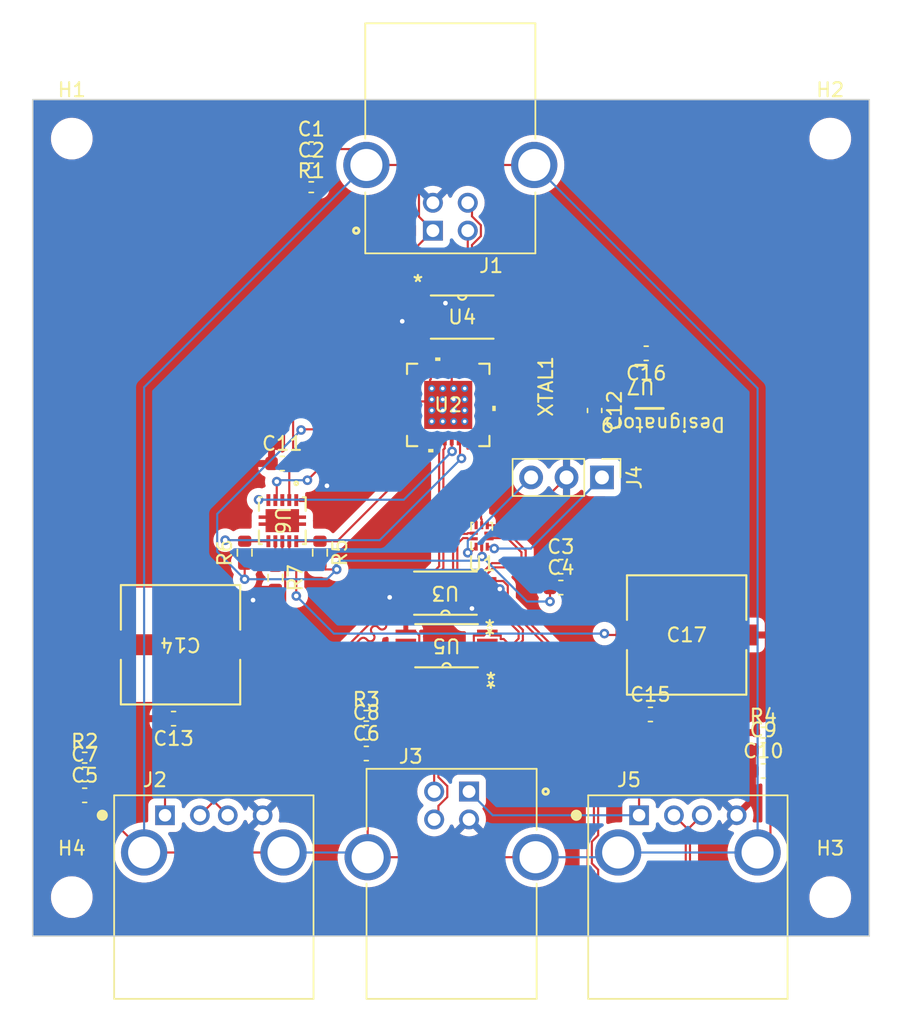
<source format=kicad_pcb>
(kicad_pcb (version 20221018) (generator pcbnew)
  (layers (0 "F.Cu" signal) (1 "In1.Cu" signal) (2 "In2.Cu" signal) (31 "B.Cu" signal) (34 "B.Paste" user) (35 "F.Paste" user) (36 "B.SilkS" user "B.Silkscreen") (37 "F.SilkS" user "F.Silkscreen") (38 "B.Mask" user) (39 "F.Mask" user) (44 "Edge.Cuts" user))
  (net 0 "")
  (net 1 "Earth")
  (net 2 "GND")
  (net 3 "VBUS")
  (net 4 "/DN_1_VBUS")
  (net 5 "/DN_2_VBUS")
  (net 6 "+3.3V")
  (net 7 "Net-(U6-ILIM)")
  (net 8 "/UP_D-")
  (net 9 "/UP_D+")
  (net 10 "/DN_1_D-")
  (net 11 "/DN_1_D+")
  (net 12 "/DN_2_D-")
  (net 13 "/DN_2_D+")
  (net 18 "/DB-")
  (net 19 "/DB+")
  (net 20 "/OVERCUR1_N")
  (net 21 "/OVERCUR2_N")
  (net 22 "/PWRCTL2_BATEN2")
  (net 23 "/PWRCTL1_BATEN1")
  (net 24 "/XI")
  (net 25 "/DA+")
  (net 26 "/DA-")
  (net 27 "/OEN")
  (net 28 "/SEL")
  (footprint "GP2040-CE-Tester:CAP_RHA&slash_HS_8X6P7_NCH" (layer "F.Cu") (at 118.6 57.1 180)
    (fp_text reference "C14")
    (fp_text value "C_Polarized_Small")
  )
  (footprint "Capacitor_SMD:C_0603_1608Metric" (layer "F.Cu") (at 152.3 62.1)
    (fp_text reference "C15")
    (fp_text value "C")
  )
  (footprint "GP2040-CE-Tester:CUI_UJ2-BH-1-TH" (layer "F.Cu") (at 139.29075 67.63)
    (fp_text reference "J3")
    (fp_text value "UJ2-BH-1-TH")
  )
  (footprint "Resistor_SMD:R_0603_1608Metric" (layer "F.Cu") (at 123.2 50.5 90)
    (fp_text reference "R6")
    (fp_text value "R")
  )
  (footprint "Connector_PinHeader_2.54mm:PinHeader_1x03_P2.54mm_Vertical" (layer "F.Cu") (at 148.825 45.1 -90)
    (fp_text reference "J4")
    (fp_text value "Conn_01x03")
  )
  (footprint "Capacitor_SMD:C_0603_1608Metric" (layer "F.Cu") (at 152 36.2 180)
    (fp_text reference "C16")
    (fp_text value "C")
  )
  (footprint "Capacitor_SMD:C_0603_1608Metric" (layer "F.Cu") (at 125.9 44.1)
    (fp_text reference "C11")
    (fp_text value "C")
  )
  (footprint "MountingHole:MountingHole_2.5mm" (layer "F.Cu") (at 110.8 75.2)
    (fp_text reference "H4")
    (fp_text value "MountingHole")
  )
  (footprint "Resistor_SMD:R_0402_1005Metric" (layer "F.Cu") (at 160.4 63.4)
    (fp_text reference "R4")
    (fp_text value "R")
  )
  (footprint "MountingHole:MountingHole_2.5mm" (layer "F.Cu") (at 110.8 20.8)
    (fp_text reference "H1")
    (fp_text value "MountingHole")
  )
  (footprint "Resistor_SMD:R_0603_1608Metric" (layer "F.Cu") (at 128.6 50.5 -90)
    (fp_text reference "R5")
    (fp_text value "R")
  )
  (footprint "Resistor_SMD:R_0402_1005Metric" (layer "F.Cu") (at 111.725 65.2)
    (fp_text reference "R2")
    (fp_text value "R")
  )
  (footprint "GP2040-CE-Tester:CUI_UJ2-AH-4-TH" (layer "F.Cu") (at 151.4875 69.33)
    (fp_text reference "J5")
    (fp_text value "UJ2-AH-4-TH")
  )
  (footprint "MountingHole:MountingHole_2.5mm" (layer "F.Cu") (at 165.2 75.2)
    (fp_text reference "H3")
    (fp_text value "MountingHole")
  )
  (footprint "Capacitor_SMD:C_0603_1608Metric" (layer "F.Cu") (at 145.875 51.5)
    (fp_text reference "C3")
    (fp_text value "C")
  )
  (footprint "GP2040-CE-Tester:SON4_SIT1602-3_SIT" (layer "F.Cu") (at 144.8 38.57 90)
    (fp_text reference "XTAL1")
    (fp_text value "SIT1602BC-33-33E-6.000000T")
  )
  (footprint "GP2040-CE-Tester:TMUXHS221" (layer "F.Cu") (at 140.2 49.3 180)
    (fp_text reference "U1")
    (fp_text value "TMUXHS221NKGR")
  )
  (footprint "GP2040-CE-Tester:RHB32_3P45X3P45_TEX" (layer "F.Cu") (at 137.8 39.9)
    (fp_text reference "U2")
    (fp_text value "TUSB2046IBVF")
  )
  (footprint "Resistor_SMD:R_0402_1005Metric" (layer "F.Cu") (at 131.925 62.2)
    (fp_text reference "R3")
    (fp_text value "R")
  )
  (footprint "Capacitor_SMD:C_0603_1608Metric" (layer "F.Cu") (at 111.725 66.4)
    (fp_text reference "C7")
    (fp_text value "C")
  )
  (footprint "GP2040-CE-Tester:SN75240" (layer "F.Cu") (at 138.8 33.6)
    (fp_text reference "U4")
    (fp_text value "SN75240PWR")
  )
  (footprint "Capacitor_SMD:C_0603_1608Metric" (layer "F.Cu") (at 127.975 21.55)
    (fp_text reference "C1")
    (fp_text value "C")
  )
  (footprint "GP2040-CE-Tester:CUI_UJ2-BH-1-TH" (layer "F.Cu") (at 136.7 27.4 180)
    (fp_text reference "J1")
    (fp_text value "UJ2-BH-1-TH")
  )
  (footprint "Capacitor_SMD:C_0603_1608Metric" (layer "F.Cu") (at 160.4 66.15)
    (fp_text reference "C10")
    (fp_text value "C")
  )
  (footprint "Capacitor_SMD:C_0603_1608Metric" (layer "F.Cu") (at 131.925 64.9)
    (fp_text reference "C6")
    (fp_text value "C")
  )
  (footprint "Capacitor_SMD:C_0603_1608Metric" (layer "F.Cu") (at 145.875 53)
    (fp_text reference "C4")
    (fp_text value "C")
  )
  (footprint "Capacitor_SMD:C_0603_1608Metric" (layer "F.Cu") (at 127.975 23.07)
    (fp_text reference "C2")
    (fp_text value "C")
  )
  (footprint "Capacitor_SMD:C_0603_1608Metric" (layer "F.Cu") (at 160.4 64.64)
    (fp_text reference "C9")
    (fp_text value "C")
  )
  (footprint "GP2040-CE-Tester:CUI_UJ2-AH-4-TH" (layer "F.Cu") (at 117.4875 69.33)
    (fp_text reference "J2")
    (fp_text value "UJ2-AH-4-TH")
  )
  (footprint "GP2040-CE-Tester:SN75240" (layer "F.Cu") (at 137.68 57.17 180)
    (fp_text reference "U5")
    (fp_text value "SN75240PWR")
  )
  (footprint "Resistor_SMD:R_0402_1005Metric" (layer "F.Cu") (at 127.975 24.28)
    (fp_text reference "R1")
    (fp_text value "R")
  )
  (footprint "Capacitor_SMD:C_0603_1608Metric" (layer "F.Cu") (at 118.1 62.4 180)
    (fp_text reference "C13")
    (fp_text value "C")
  )
  (footprint "GP2040-CE-Tester:TLV7333P" (layer "F.Cu") (at 151.6 38.6 180)
    (fp_text reference "U7")
    (fp_text value "TLV73333PDBVR")
  )
  (footprint "Capacitor_SMD:C_0603_1608Metric" (layer "F.Cu") (at 148.3 40.3 -90)
    (fp_text reference "C12")
    (fp_text value "C")
  )
  (footprint "Resistor_SMD:R_0603_1608Metric" (layer "F.Cu") (at 125.4 52.3 -90)
    (fp_text reference "R7")
    (fp_text value "R")
  )
  (footprint "Capacitor_SMD:C_0603_1608Metric" (layer "F.Cu") (at 111.725 67.9)
    (fp_text reference "C5")
    (fp_text value "C")
  )
  (footprint "GP2040-CE-Tester:DRC10_2P4X1P65_TEX" (layer "F.Cu") (at 125.9 48.2 -90)
    (fp_text reference "U6")
    (fp_text value "TPS2561ADRCR")
  )
  (footprint "Capacitor_SMD:C_0603_1608Metric" (layer "F.Cu") (at 131.925 63.4)
    (fp_text reference "C8")
    (fp_text value "C")
  )
  (footprint "MountingHole:MountingHole_2.5mm" (layer "F.Cu") (at 165.2 20.8)
    (fp_text reference "H2")
    (fp_text value "MountingHole")
  )
  (footprint "GP2040-CE-Tester:CAP_RHA&slash_HS_8X6P7_NCH" (layer "F.Cu") (at 154.9 56.4)
    (fp_text reference "C17")
    (fp_text value "C_Polarized_Small")
  )
  (footprint "GP2040-CE-Tester:SN75240" (layer "F.Cu") (at 137.6 53.4 180)
    (fp_text reference "U3")
    (fp_text value "SN75240PWR")
  )
  (gr_rect locked (start 108 18) (end 168 78) (stroke (width 0.1)) (fill none) (layer "Edge.Cuts"))
  (segment (start 132.7 62.465) (end 132.7 64.9) (width 0.1524) (layer "F.Cu") (net 1))
  (segment (start 132.7 64.9) (end 132.02075 65.57925) (width 0.1524) (layer "F.Cu") (net 1))
  (segment (start 130.79 21.55) (end 131.93 22.69) (width 0.1524) (layer "F.Cu") (net 1))
  (segment (start 132.02075 72.34) (end 144.06075 72.34) (width 0.1524) (layer "F.Cu") (net 1))
  (segment (start 160.91 63.4) (end 160.91 71.0775) (width 0.1524) (layer "F.Cu") (net 1))
  (segment (start 131.93 22.69) (end 143.97 22.69) (width 0.1524) (layer "F.Cu") (net 1))
  (segment (start 128.485 21.815) (end 128.75 21.55) (width 0.1524) (layer "F.Cu") (net 1))
  (segment (start 112.235 67.635) (end 112.5 67.9) (width 0.1524) (layer "F.Cu") (net 1))
  (segment (start 132.02075 65.57925) (end 132.02075 72.34) (width 0.1524) (layer "F.Cu") (net 1))
  (segment (start 125.9875 72) (end 115.9875 72) (width 0.1524) (layer "F.Cu") (net 1))
  (segment (start 128.485 24.28) (end 128.485 21.815) (width 0.1524) (layer "F.Cu") (net 1))
  (segment (start 112.235 65.2) (end 112.235 67.635) (width 0.1524) (layer "F.Cu") (net 1))
  (segment (start 112.5 68.5125) (end 115.9875 72) (width 0.1524) (layer "F.Cu") (net 1))
  (segment (start 112.5 67.9) (end 112.5 68.5125) (width 0.1524) (layer "F.Cu") (net 1))
  (segment (start 128.75 21.55) (end 130.79 21.55) (width 0.1524) (layer "F.Cu") (net 1))
  (segment (start 132.435 62.2) (end 132.7 62.465) (width 0.1524) (layer "F.Cu") (net 1))
  (segment (start 160.91 71.0775) (end 159.9875 72) (width 0.1524) (layer "F.Cu") (net 1))
  (segment (start 149.6475 72.34) (end 149.9875 72) (width 0.1524) (layer "B.Cu") (net 1))
  (segment (start 125.9875 72) (end 131.68075 72) (width 0.1524) (layer "B.Cu") (net 1))
  (segment (start 159.9875 38.7075) (end 159.9875 72) (width 0.1524) (layer "B.Cu") (net 1))
  (segment (start 131.68075 72) (end 132.02075 72.34) (width 0.1524) (layer "B.Cu") (net 1))
  (segment (start 159.9875 72) (end 149.9875 72) (width 0.1524) (layer "B.Cu") (net 1))
  (segment (start 115.9875 72) (end 115.9875 38.6325) (width 0.1524) (layer "B.Cu") (net 1))
  (segment (start 143.97 22.69) (end 159.9875 38.7075) (width 0.1524) (layer "B.Cu") (net 1))
  (segment (start 144.06075 72.34) (end 149.6475 72.34) (width 0.1524) (layer "B.Cu") (net 1))
  (segment (start 115.9875 38.6325) (end 131.93 22.69) (width 0.1524) (layer "B.Cu") (net 1))
  (segment (start 141.474999 53.074999) (end 141.5 53.1) (width 0.1524) (layer "F.Cu") (net 2))
  (segment (start 134.747601 39.65) (end 135.325001 39.65) (width 0.1524) (layer "F.Cu") (net 2))
  (segment (start 136.549685 37.019263) (end 137.211748 36.3572) (width 0.1524) (layer "F.Cu") (net 2))
  (segment (start 137.6 32.6) (end 137.574999 32.625001) (width 0.1524) (layer "F.Cu") (net 2))
  (segment (start 133.625001 53.725001) (end 133.6 53.7) (width 0.1524) (layer "F.Cu") (net 2))
  (segment (start 134.525001 33.925001) (end 134.5 33.9) (width 0.1524) (layer "F.Cu") (net 2))
  (segment (start 136.549685 38.050315) (end 136.5 38.1) (width 0.1524) (layer "F.Cu") (net 2))
  (segment (start 141.721 33.274999) (end 138.274999 33.274999) (width 0.1524) (layer "F.Cu") (net 2))
  (segment (start 140.521 54.374999) (end 139.625001 54.374999) (width 0.1524) (layer "F.Cu") (net 2))
  (segment (start 137.211748 36.3572) (end 138.314064 36.3572) (width 0.1524) (layer "F.Cu") (net 2))
  (segment (start 136.0801 39.65) (end 136.3301 39.9) (width 0.1524) (layer "F.Cu") (net 2))
  (segment (start 135.480598 57.495001) (end 135.7242 57.251399) (width 0.1524) (layer "F.Cu") (net 2))
  (segment (start 136.549685 37.425001) (end 136.549685 37.019263) (width 0.1524) (layer "F.Cu") (net 2))
  (segment (start 138.314064 33.314064) (end 137.6 32.6) (width 0.1524) (layer "F.Cu") (net 2))
  (segment (start 135.879 33.925001) (end 134.525001 33.925001) (width 0.1524) (layer "F.Cu") (net 2))
  (segment (start 139.625001 54.374999) (end 139.5 54.5) (width 0.1524) (layer "F.Cu") (net 2))
  (segment (start 128.075001 46.724999) (end 129.1 45.7) (width 0.1524) (layer "F.Cu") (net 2))
  (segment (start 138.050063 38.180037) (end 137.8 38.4301) (width 0.1524) (layer "F.Cu") (net 2))
  (segment (start 135.7242 57.251399) (end 135.7242 56.438599) (width 0.1524) (layer "F.Cu") (net 2))
  (segment (start 134.679 53.725001) (end 133.625001 53.725001) (width 0.1524) (layer "F.Cu") (net 2))
  (segment (start 137.574999 32.625001) (end 135.879 32.625001) (width 0.1524) (layer "F.Cu") (net 2))
  (segment (start 136.5 38.1) (end 136.5 38.2) (width 0.1524) (layer "F.Cu") (net 2))
  (segment (start 138.050063 37.425001) (end 138.050063 38.180037) (width 0.1524) (layer "F.Cu") (net 2))
  (segment (start 134.671401 39.7262) (end 134.747601 39.65) (width 0.1524) (layer "F.Cu") (net 2))
  (segment (start 126.900001 46.724999) (end 128.075001 46.724999) (width 0.1524) (layer "F.Cu") (net 2))
  (segment (start 140.6 48.5315) (end 142.8535 48.5315) (width 0.1524) (layer "F.Cu") (net 2))
  (segment (start 136.549685 37.425001) (end 136.549685 38.050315) (width 0.1524) (layer "F.Cu") (net 2))
  (segment (start 135.325001 41.15) (end 134.671401 40.4964) (width 0.1524) (layer "F.Cu") (net 2))
  (segment (start 138.314064 36.3572) (end 138.314064 33.314064) (width 0.1524) (layer "F.Cu") (net 2))
  (segment (start 134.759 57.495001) (end 135.480598 57.495001) (width 0.1524) (layer "F.Cu") (net 2))
  (segment (start 135.7242 56.438599) (end 135.480602 56.195001) (width 0.1524) (layer "F.Cu") (net 2))
  (segment (start 134.671401 40.4964) (end 134.671401 39.7262) (width 0.1524) (layer "F.Cu") (net 2))
  (segment (start 138.274999 33.274999) (end 137.6 32.6) (width 0.1524) (layer "F.Cu") (net 2))
  (segment (start 135.480602 56.195001) (end 134.759 56.195001) (width 0.1524) (layer "F.Cu") (net 2))
  (segment (start 140.521 53.074999) (end 141.474999 53.074999) (width 0.1524) (layer "F.Cu") (net 2))
  (segment (start 135.325001 39.65) (end 136.0801 39.65) (width 0.1524) (layer "F.Cu") (net 2))
  (segment (start 142.8535 48.5315) (end 146.285 45.1) (width 0.1524) (layer "F.Cu") (net 2))
  (via (at 129.1 45.7) (size 0.6858) (drill 0.3302) (layers "F.Cu" "B.Cu") (net 2))
  (via (at 137.6 32.6) (size 0.6858) (drill 0.3302) (layers "F.Cu" "B.Cu") (net 2))
  (via (at 133.6 53.7) (size 0.6858) (drill 0.3302) (layers "F.Cu" "B.Cu") (net 2))
  (via (at 139.5 54.5) (size 0.6858) (drill 0.3302) (layers "F.Cu" "B.Cu") (net 2))
  (via (at 141.5 53.1) (size 0.6858) (drill 0.3302) (layers "F.Cu" "B.Cu") (net 2))
  (via (at 123.8 53.9) (size 0.6858) (drill 0.3302) (layers "F.Cu" "B.Cu") (net 2))
  (via (at 134.5 33.9) (size 0.6858) (drill 0.3302) (layers "F.Cu" "B.Cu") (net 2))
  (segment (start 135.7 24.2) (end 135.7 26.4) (width 0.1524) (layer "F.Cu") (net 3))
  (segment (start 153.503601 38.153601) (end 153.000002 37.650002) (width 0.1524) (layer "F.Cu") (net 3))
  (segment (start 136.6 23.3) (end 135.7 24.2) (width 0.1524) (layer "F.Cu") (net 3))
  (segment (start 126.675 44.1) (end 126.675 37.425) (width 0.1524) (layer "F.Cu") (net 3))
  (segment (start 152.775 36.2) (end 139.875 23.3) (width 0.1524) (layer "F.Cu") (net 3))
  (segment (start 126.675 37.425) (end 136.7 27.4) (width 0.1524) (layer "F.Cu") (net 3))
  (segment (start 125.9 46.724999) (end 126.399999 46.724999) (width 0.1524) (layer "F.Cu") (net 3))
  (segment (start 152.875001 37.650002) (end 152.875001 36.300001) (width 0.1524) (layer "F.Cu") (net 3))
  (segment (start 139.875 23.3) (end 136.6 23.3) (width 0.1524) (layer "F.Cu") (net 3))
  (segment (start 126.675 44.1) (end 126.399999 44.375001) (width 0.1524) (layer "F.Cu") (net 3))
  (segment (start 152.875001 39.550001) (end 153.000002 39.550001) (width 0.1524) (layer "F.Cu") (net 3))
  (segment (start 126.399999 44.375001) (end 126.399999 46.724999) (width 0.1524) (layer "F.Cu") (net 3))
  (segment (start 153.000002 39.550001) (end 153.503601 39.046402) (width 0.1524) (layer "F.Cu") (net 3))
  (segment (start 135.7 26.4) (end 136.7 27.4) (width 0.1524) (layer "F.Cu") (net 3))
  (segment (start 152.875001 36.300001) (end 152.775 36.2) (width 0.1524) (layer "F.Cu") (net 3))
  (segment (start 153.000002 37.650002) (end 152.875001 37.650002) (width 0.1524) (layer "F.Cu") (net 3))
  (segment (start 153.503601 39.046402) (end 153.503601 38.153601) (width 0.1524) (layer "F.Cu") (net 3))
  (segment (start 125.9 50.893868) (end 126.1036 51.097468) (width 0.1524) (layer "F.Cu") (net 4))
  (segment (start 121.791568 62.4) (end 123.8578 60.333768) (width 0.1524) (layer "F.Cu") (net 4))
  (segment (start 123.8578 60.333768) (end 123.8578 58.0017) (width 0.1524) (layer "F.Cu") (net 4))
  (segment (start 126.1036 51.097468) (end 126.1036 54.3964) (width 0.1524) (layer "F.Cu") (net 4))
  (segment (start 117.4875 69.33) (end 117.4875 63.7875) (width 0.1524) (layer "F.Cu") (net 4))
  (segment (start 125.9 49.675001) (end 125.9 50.893868) (width 0.1524) (layer "F.Cu") (net 4))
  (segment (start 123.4 57.1) (end 122.0036 57.1) (width 0.1524) (layer "F.Cu") (net 4))
  (segment (start 123.8578 58.0017) (end 122.9561 57.1) (width 0.1524) (layer "F.Cu") (net 4))
  (segment (start 117.4875 63.7875) (end 118.875 62.4) (width 0.1524) (layer "F.Cu") (net 4))
  (segment (start 118.875 62.4) (end 121.791568 62.4) (width 0.1524) (layer "F.Cu") (net 4))
  (segment (start 126.1036 54.3964) (end 123.4 57.1) (width 0.1524) (layer "F.Cu") (net 4))
  (segment (start 122.9561 57.1) (end 122.0036 57.1) (width 0.1524) (layer "F.Cu") (net 4))
  (segment (start 151.525 62.1) (end 151.4875 62.1375) (width 0.1524) (layer "F.Cu") (net 5))
  (segment (start 149.1 56.4) (end 151.4964 56.4) (width 0.1524) (layer "F.Cu") (net 5))
  (segment (start 126.399999 50.252401) (end 126.9 50.752402) (width 0.1524) (layer "F.Cu") (net 5))
  (segment (start 149 56.3) (end 149.1 56.4) (width 0.1524) (layer "F.Cu") (net 5))
  (segment (start 126.9 50.752402) (end 126.9 53.6) (width 0.1524) (layer "F.Cu") (net 5))
  (segment (start 151.4875 62.1375) (end 151.4875 69.33) (width 0.1524) (layer "F.Cu") (net 5))
  (segment (start 151.4964 56.4) (end 151.310632 56.4) (width 0.1524) (layer "F.Cu") (net 5))
  (segment (start 150.5947 57.115932) (end 150.5947 61.1697) (width 0.1524) (layer "F.Cu") (net 5))
  (segment (start 150.5947 61.1697) (end 151.525 62.1) (width 0.1524) (layer "F.Cu") (net 5))
  (segment (start 126.399999 49.675001) (end 126.399999 50.252401) (width 0.1524) (layer "F.Cu") (net 5))
  (segment (start 151.310632 56.4) (end 150.5947 57.115932) (width 0.1524) (layer "F.Cu") (net 5))
  (via (at 149 56.3) (size 0.6858) (drill 0.3302) (layers "F.Cu" "B.Cu") (net 5))
  (via (at 126.9 53.6) (size 0.6858) (drill 0.3302) (layers "F.Cu" "B.Cu") (net 5))
  (segment (start 129.6 56.3) (end 149 56.3) (width 0.1524) (layer "B.Cu") (net 5))
  (segment (start 126.9 53.6) (end 129.6 56.3) (width 0.1524) (layer "B.Cu") (net 5))
  (segment (start 140.99075 69.33) (end 139.29075 67.63) (width 0.1524) (layer "B.Cu") (net 5))
  (segment (start 151.4875 69.33) (end 140.99075 69.33) (width 0.1524) (layer "B.Cu") (net 5))
  (segment (start 123.2 52.4) (end 123.2 51.325) (width 0.1524) (layer "F.Cu") (net 6))
  (segment (start 141.285001 37.425001) (end 143.7 39.84) (width 0.1524) (layer "F.Cu") (net 6))
  (segment (start 150.325001 39.550001) (end 148.325001 39.550001) (width 0.1524) (layer "F.Cu") (net 6))
  (segment (start 128.975 51.7) (end 128.6 51.325) (width 0.1524) (layer "F.Cu") (net 6))
  (segment (start 140.2 50.0685) (end 140.2 50.662535) (width 0.1524) (layer "F.Cu") (net 6))
  (segment (start 148.3 39.525) (end 147.6364 38.8614) (width 0.1524) (layer "F.Cu") (net 6))
  (segment (start 135.325001 41.649999) (end 134.747601 41.649999) (width 0.1524) (layer "F.Cu") (net 6))
  (segment (start 140.2 50.743877) (end 140.226471 50.770348) (width 0.1524) (layer "F.Cu") (net 6))
  (segment (start 139.050315 37.425001) (end 141.285001 37.425001) (width 0.1524) (layer "F.Cu") (net 6))
  (segment (start 134.3 41.202398) (end 134.3 39.6186) (width 0.1524) (layer "F.Cu") (net 6))
  (segment (start 145.1 53) (end 145.1 51.5) (width 0.1524) (layer "F.Cu") (net 6))
  (segment (start 147.6364 38.8614) (end 144.6786 38.8614) (width 0.1524) (layer "F.Cu") (net 6))
  (segment (start 145.1 54) (end 145.1 53) (width 0.1524) (layer "F.Cu") (net 6))
  (segment (start 140.2 50.662535) (end 140.2 50.743877) (width 0.1524) (layer "F.Cu") (net 6))
  (segment (start 134.3 39.6186) (end 134.768601 39.149999) (width 0.1524) (layer "F.Cu") (net 6))
  (segment (start 134.768601 39.149999) (end 135.325001 39.149999) (width 0.1524) (layer "F.Cu") (net 6))
  (segment (start 144.6786 38.8614) (end 143.7 39.84) (width 0.1524) (layer "F.Cu") (net 6))
  (segment (start 145.1 51.5) (end 150.325001 46.274999) (width 0.1524) (layer "F.Cu") (net 6))
  (segment (start 135.325001 41.649999) (end 127.296001 41.649999) (width 0.1524) (layer "F.Cu") (net 6))
  (segment (start 148.325001 39.550001) (end 148.3 39.525) (width 0.1524) (layer "F.Cu") (net 6))
  (segment (start 150.325001 46.274999) (end 150.325001 39.550001) (width 0.1524) (layer "F.Cu") (net 6))
  (segment (start 129.8 51.7) (end 128.975 51.7) (width 0.1524) (layer "F.Cu") (net 6))
  (segment (start 127.296001 41.649999) (end 127.246 41.7) (width 0.1524) (layer "F.Cu") (net 6))
  (segment (start 134.747601 41.649999) (end 134.3 41.202398) (width 0.1524) (layer "F.Cu") (net 6))
  (via (at 129.8 51.7) (size 0.6858) (drill 0.3302) (layers "F.Cu" "B.Cu") (net 6))
  (via (at 145.1 54) (size 0.6858) (drill 0.3302) (layers "F.Cu" "B.Cu") (net 6))
  (via (at 140.226471 50.770348) (size 0.6858) (drill 0.3302) (layers "F.Cu" "B.Cu") (net 6))
  (via (at 127.246 41.7) (size 0.6858) (drill 0.3302) (layers "F.Cu" "B.Cu") (net 6))
  (via (at 123.2 52.4) (size 0.6858) (drill 0.3302) (layers "F.Cu" "B.Cu") (net 6))
  (segment (start 121.2285 47.7175) (end 121.2285 50.4285) (width 0.1524) (layer "B.Cu") (net 6))
  (segment (start 121.2285 50.4285) (end 123.2 52.4) (width 0.1524) (layer "B.Cu") (net 6))
  (segment (start 143.456123 54) (end 145.1 54) (width 0.1524) (layer "B.Cu") (net 6))
  (segment (start 130.0285 51.0715) (end 129.7 51.4) (width 0.1524) (layer "B.Cu") (net 6))
  (segment (start 129.7 51.4) (end 129.7 51.6) (width 0.1524) (layer "B.Cu") (net 6))
  (segment (start 127.246 41.7) (end 121.2285 47.7175) (width 0.1524) (layer "B.Cu") (net 6))
  (segment (start 139.925319 51.0715) (end 130.0285 51.0715) (width 0.1524) (layer "B.Cu") (net 6))
  (segment (start 140.226471 50.770348) (end 143.456123 54) (width 0.1524) (layer "B.Cu") (net 6))
  (segment (start 129.1 52.4) (end 123.2 52.4) (width 0.1524) (layer "B.Cu") (net 6))
  (segment (start 129.8 51.7) (end 129.1 52.4) (width 0.1524) (layer "B.Cu") (net 6))
  (segment (start 129.7 51.6) (end 129.8 51.7) (width 0.1524) (layer "B.Cu") (net 6))
  (segment (start 140.226471 50.770348) (end 139.925319 51.0715) (width 0.1524) (layer "B.Cu") (net 6))
  (segment (start 125.400001 49.675001) (end 125.4 51.475) (width 0.1524) (layer "F.Cu") (net 7))
  (segment (start 134.736872 38.5524) (end 133.563451 37.378979) (width 0.1524) (layer "F.Cu") (net 8))
  (segment (start 136.4378 34.574999) (end 135.879 34.574999) (width 0.1524) (layer "F.Cu") (net 8))
  (segment (start 136.9354 34.077399) (end 136.8442 34.168599) (width 0.1524) (layer "F.Cu") (net 8))
  (segment (start 137.279191 29.7476) (end 135.618913 29.7476) (width 0.1524) (layer "F.Cu") (net 8))
  (segment (start 136.681398 34.331401) (end 136.4378 34.574999) (width 0.1524) (layer "F.Cu") (net 8))
  (segment (start 135.325001 38.65) (end 135.040001 38.65) (width 0.1524) (layer "F.Cu") (net 8))
  (segment (start 137.038751 34.077399) (end 136.9354 34.077399) (width 0.1524) (layer "F.Cu") (net 8))
  (segment (start 133.3476 32.018913) (end 133.3476 32.763128) (width 0.1524) (layer "F.Cu") (net 8))
  (segment (start 136.8442 34.331401) (end 136.681398 34.331401) (width 0.1524) (layer "F.Cu") (net 8))
  (segment (start 133.3476 32.763128) (end 134.088124 33.503652) (width 0.1524) (layer "F.Cu") (net 8))
  (segment (start 135.3202 34.574999) (end 135.879 34.574999) (width 0.1524) (layer "F.Cu") (net 8))
  (segment (start 133.9285 33.663276) (end 133.9285 34.136724) (width 0.1524) (layer "F.Cu") (net 8))
  (segment (start 134.088124 33.503652) (end 133.9285 33.663276) (width 0.1524) (layer "F.Cu") (net 8))
  (segment (start 135.618913 29.7476) (end 133.3476 32.018913) (width 0.1524) (layer "F.Cu") (net 8))
  (segment (start 134.263276 34.4715) (end 135.216701 34.4715) (width 0.1524) (layer "F.Cu") (net 8))
  (segment (start 135.216701 34.4715) (end 135.3202 34.574999) (width 0.1524) (layer "F.Cu") (net 8))
  (segment (start 137.704464 35.080008) (end 137.704464 34.743112) (width 0.1524) (layer "F.Cu") (net 8))
  (segment (start 139.2 27.4) (end 139.2 29.284472) (width 0.1524) (layer "F.Cu") (net 8))
  (segment (start 139.2 29.284472) (end 138.736872 29.7476) (width 0.1524) (layer "F.Cu") (net 8))
  (segment (start 134.536872 35.7476) (end 137.036872 35.7476) (width 0.1524) (layer "F.Cu") (net 8))
  (segment (start 138.436872 29.4476) (end 138.436872 29.218684) (width 0.1524) (layer "F.Cu") (net 8))
  (segment (start 137.536872 29.7476) (end 137.279191 29.7476) (width 0.1524) (layer "F.Cu") (net 8))
  (segment (start 136.8442 34.168599) (end 136.8442 34.331401) (width 0.1524) (layer "F.Cu") (net 8))
  (segment (start 137.704464 34.743112) (end 137.038751 34.077399) (width 0.1524) (layer "F.Cu") (net 8))
  (segment (start 137.836872 29.218684) (end 137.836872 29.4476) (width 0.1524) (layer "F.Cu") (net 8))
  (segment (start 137.036872 35.7476) (end 137.704464 35.080008) (width 0.1524) (layer "F.Cu") (net 8))
  (segment (start 133.9285 34.136724) (end 134.263276 34.4715) (width 0.1524) (layer "F.Cu") (net 8))
  (segment (start 134.942401 38.5524) (end 134.736872 38.5524) (width 0.1524) (layer "F.Cu") (net 8))
  (segment (start 133.563451 37.378979) (end 133.563451 36.721021) (width 0.1524) (layer "F.Cu") (net 8))
  (segment (start 133.563451 36.721021) (end 134.536872 35.7476) (width 0.1524) (layer "F.Cu") (net 8))
  (segment (start 135.040001 38.65) (end 134.942401 38.5524) (width 0.1524) (layer "F.Cu") (net 8))
  (arc (start 137.836872 29.4476) (mid 137.749004 29.659732) (end 137.536872 29.7476) (width 0.1524) (layer "F.Cu") (net 8))
  (arc (start 138.136872 28.918684) (mid 137.92474 29.006552) (end 137.836872 29.218684) (width 0.1524) (layer "F.Cu") (net 8))
  (arc (start 138.436872 29.218684) (mid 138.349004 29.006552) (end 138.136872 28.918684) (width 0.1524) (layer "F.Cu") (net 8))
  (arc (start 138.736872 29.7476) (mid 138.52474 29.659732) (end 138.436872 29.4476) (width 0.1524) (layer "F.Cu") (net 8))
  (segment (start 136.4378 33.274999) (end 135.879 33.274999) (width 0.1524) (layer "F.Cu") (net 9))
  (segment (start 133.868251 37.252723) (end 133.868251 36.847277) (width 0.1524) (layer "F.Cu") (net 9))
  (segment (start 138.009264 34.616856) (end 137.165007 33.772599) (width 0.1524) (layer "F.Cu") (net 9))
  (segment (start 140.1426 27.009562) (end 139.5048 26.371762) (width 0.1524) (layer "F.Cu") (net 9))
  (segment (start 134.863129 38.247601) (end 133.868251 37.252723) (width 0.1524) (layer "F.Cu") (net 9))
  (segment (start 134.344028 33.3285) (end 133.6524 32.636872) (width 0.1524) (layer "F.Cu") (net 9))
  (segment (start 134.942401 38.247601) (end 134.863129 38.247601) (width 0.1524) (layer "F.Cu") (net 9))
  (segment (start 138.009264 35.206264) (end 138.009264 34.616856) (width 0.1524) (layer "F.Cu") (net 9))
  (segment (start 136.681402 33.518601) (end 136.4378 33.274999) (width 0.1524) (layer "F.Cu") (net 9))
  (segment (start 139.5048 25.7048) (end 139.2 25.4) (width 0.1524) (layer "F.Cu") (net 9))
  (segment (start 139.5048 28.428238) (end 140.1426 27.790438) (width 0.1524) (layer "F.Cu") (net 9))
  (segment (start 137.165007 33.772599) (end 136.9354 33.772599) (width 0.1524) (layer "F.Cu") (net 9))
  (segment (start 134.663128 36.0524) (end 137.163128 36.0524) (width 0.1524) (layer "F.Cu") (net 9))
  (segment (start 137.163128 36.0524) (end 138.009264 35.206264) (width 0.1524) (layer "F.Cu") (net 9))
  (segment (start 136.8442 33.681399) (end 136.8442 33.518601) (width 0.1524) (layer "F.Cu") (net 9))
  (segment (start 135.3202 33.274999) (end 135.266699 33.3285) (width 0.1524) (layer "F.Cu") (net 9))
  (segment (start 139.5048 29.410728) (end 139.5048 28.428238) (width 0.1524) (layer "F.Cu") (net 9))
  (segment (start 140.1426 27.790438) (end 140.1426 27.009562) (width 0.1524) (layer "F.Cu") (net 9))
  (segment (start 136.9354 33.772599) (end 136.8442 33.681399) (width 0.1524) (layer "F.Cu") (net 9))
  (segment (start 135.266699 33.3285) (end 134.344028 33.3285) (width 0.1524) (layer "F.Cu") (net 9))
  (segment (start 138.863128 30.0524) (end 139.5048 29.410728) (width 0.1524) (layer "F.Cu") (net 9))
  (segment (start 135.745169 30.0524) (end 138.863128 30.0524) (width 0.1524) (layer "F.Cu") (net 9))
  (segment (start 139.5048 26.371762) (end 139.5048 25.7048) (width 0.1524) (layer "F.Cu") (net 9))
  (segment (start 133.6524 32.636872) (end 133.6524 32.145169) (width 0.1524) (layer "F.Cu") (net 9))
  (segment (start 135.040001 38.150001) (end 134.942401 38.247601) (width 0.1524) (layer "F.Cu") (net 9))
  (segment (start 133.6524 32.145169) (end 135.745169 30.0524) (width 0.1524) (layer "F.Cu") (net 9))
  (segment (start 136.8442 33.518601) (end 136.681402 33.518601) (width 0.1524) (layer "F.Cu") (net 9))
  (segment (start 135.879 33.274999) (end 135.3202 33.274999) (width 0.1524) (layer "F.Cu") (net 9))
  (segment (start 135.325001 38.150001) (end 135.040001 38.150001) (width 0.1524) (layer "F.Cu") (net 9))
  (segment (start 133.868251 36.847277) (end 134.663128 36.0524) (width 0.1524) (layer "F.Cu") (net 9))
  (segment (start 134.679 53.074999) (end 134.435398 53.318601) (width 0.1524) (layer "F.Cu") (net 10))
  (segment (start 133.363276 53.1285) (end 133.0285 53.463276) (width 0.1524) (layer "F.Cu") (net 10))
  (segment (start 135.547947 53.074999) (end 137.147474 51.475472) (width 0.1524) (layer "F.Cu") (net 10))
  (segment (start 134.435398 53.318601) (end 134.026825 53.318601) (width 0.1524) (layer "F.Cu") (net 10))
  (segment (start 133.0285 54.725499) (end 120.835099 66.9189) (width 0.1524) (layer "F.Cu") (net 10))
  (segment (start 134.026825 53.318601) (end 133.836724 53.1285) (width 0.1524) (layer "F.Cu") (net 10))
  (segment (start 137.147474 51.475472) (end 137.147474 43.110163) (width 0.1524) (layer "F.Cu") (net 10))
  (segment (start 120.835099 66.9189) (end 120.835099 68.482401) (width 0.1524) (layer "F.Cu") (net 10))
  (segment (start 137.147474 43.110163) (end 137.049811 43.0125) (width 0.1524) (layer "F.Cu") (net 10))
  (segment (start 133.0285 53.463276) (end 133.0285 54.725499) (width 0.1524) (layer "F.Cu") (net 10))
  (segment (start 134.679 53.074999) (end 135.547947 53.074999) (width 0.1524) (layer "F.Cu") (net 10))
  (segment (start 137.049811 43.0125) (end 137.049811 42.374999) (width 0.1524) (layer "F.Cu") (net 10))
  (segment (start 120.835099 68.482401) (end 119.9875 69.33) (width 0.1524) (layer "F.Cu") (net 10))
  (segment (start 133.836724 53.1285) (end 133.363276 53.1285) (width 0.1524) (layer "F.Cu") (net 10))
  (segment (start 132.343999 55.841057) (end 132.343997 55.841056) (width 0.1524) (layer "F.Cu") (net 11))
  (segment (start 137.452274 43.110163) (end 137.549937 43.0125) (width 0.1524) (layer "F.Cu") (net 11))
  (segment (start 134.679 54.374999) (end 133.810053 54.374999) (width 0.1524) (layer "F.Cu") (net 11))
  (segment (start 132.422496 56.768087) (end 132.422497 56.768087) (width 0.1524) (layer "F.Cu") (net 11))
  (segment (start 134.922598 54.131401) (end 135.6442 54.131401) (width 0.1524) (layer "F.Cu") (net 11))
  (segment (start 135.6442 53.409799) (end 137.452274 51.601725) (width 0.1524) (layer "F.Cu") (net 11))
  (segment (start 131.998233 56.768087) (end 131.919733 56.689587) (width 0.1524) (layer "F.Cu") (net 11))
  (segment (start 121.139901 68.482401) (end 121.9875 69.33) (width 0.1524) (layer "F.Cu") (net 11))
  (segment (start 133.810053 54.374999) (end 133.192526 54.992526) (width 0.1524) (layer "F.Cu") (net 11))
  (segment (start 131.495467 56.689586) (end 121.139901 67.045151) (width 0.1524) (layer "F.Cu") (net 11))
  (segment (start 133.271051 55.919582) (end 133.271052 55.919582) (width 0.1524) (layer "F.Cu") (net 11))
  (segment (start 121.139901 67.045151) (end 121.139901 68.482401) (width 0.1524) (layer "F.Cu") (net 11))
  (segment (start 133.192525 55.416792) (end 133.271051 55.495318) (width 0.1524) (layer "F.Cu") (net 11))
  (segment (start 134.679 54.374999) (end 134.922598 54.131401) (width 0.1524) (layer "F.Cu") (net 11))
  (segment (start 137.452274 51.601725) (end 137.452274 43.110163) (width 0.1524) (layer "F.Cu") (net 11))
  (segment (start 131.495469 56.689587) (end 131.495467 56.689586) (width 0.1524) (layer "F.Cu") (net 11))
  (segment (start 132.343996 56.265322) (end 132.343995 56.265322) (width 0.1524) (layer "F.Cu") (net 11))
  (segment (start 132.343995 56.265322) (end 132.422496 56.343823) (width 0.1524) (layer "F.Cu") (net 11))
  (segment (start 135.6442 54.131401) (end 135.6442 53.409799) (width 0.1524) (layer "F.Cu") (net 11))
  (segment (start 132.846788 55.919582) (end 132.768263 55.841057) (width 0.1524) (layer "F.Cu") (net 11))
  (segment (start 137.549937 43.0125) (end 137.549937 42.374999) (width 0.1524) (layer "F.Cu") (net 11))
  (segment (start 132.343997 55.841056) (end 132.343996 55.841056) (width 0.1524) (layer "F.Cu") (net 11))
  (segment (start 133.192526 55.416792) (end 133.192525 55.416792) (width 0.1524) (layer "F.Cu") (net 11))
  (arc (start 132.422496 56.343823) (mid 132.510364 56.555955) (end 132.422496 56.768087) (width 0.1524) (layer "F.Cu") (net 11))
  (arc (start 133.192526 54.992526) (mid 133.104657 55.20466) (end 133.192526 55.416792) (width 0.1524) (layer "F.Cu") (net 11))
  (arc (start 132.343996 55.841056) (mid 132.256127 56.05319) (end 132.343996 56.265322) (width 0.1524) (layer "F.Cu") (net 11))
  (arc (start 133.271052 55.919582) (mid 133.05892 56.00745) (end 132.846788 55.919582) (width 0.1524) (layer "F.Cu") (net 11))
  (arc (start 133.271051 55.495318) (mid 133.358919 55.70745) (end 133.271051 55.919582) (width 0.1524) (layer "F.Cu") (net 11))
  (arc (start 132.422497 56.768087) (mid 132.210365 56.855955) (end 131.998233 56.768087) (width 0.1524) (layer "F.Cu") (net 11))
  (arc (start 132.768263 55.841057) (mid 132.556131 55.753189) (end 132.343999 55.841057) (width 0.1524) (layer "F.Cu") (net 11))
  (arc (start 131.919733 56.689587) (mid 131.707601 56.601719) (end 131.495469 56.689587) (width 0.1524) (layer "F.Cu") (net 11))
  (segment (start 148.1009 72.781456) (end 148.5524 73.232956) (width 0.1524) (layer "F.Cu") (net 12))
  (segment (start 141.063128 51.5524) (end 142.881087 51.5524) (width 0.1524) (layer "F.Cu") (net 12))
  (segment (start 148.5524 60.456401) (end 148.5524 70.767044) (width 0.1524) (layer "F.Cu") (net 12))
  (segment (start 141.263276 52.5285) (end 141.736724 52.5285) (width 0.1524) (layer "F.Cu") (net 12))
  (segment (start 142.162377 49.146849) (end 140.766849 49.146849) (width 0.1524) (layer "F.Cu") (net 12))
  (segment (start 140.521 52.425001) (end 140.764598 52.668599) (width 0.1524) (layer "F.Cu") (net 12))
  (segment (start 148.5524 74.036872) (end 149.363128 74.8476) (width 0.1524) (layer "F.Cu") (net 12))
  (segment (start 149.363128 74.8476) (end 152.736872 74.8476) (width 0.1524) (layer "F.Cu") (net 12))
  (segment (start 142.0715 53.975501) (end 148.5524 60.456401) (width 0.1524) (layer "F.Cu") (net 12))
  (segment (start 148.1009 71.218544) (end 148.1009 72.781456) (width 0.1524) (layer "F.Cu") (net 12))
  (segment (start 140.521 52.094528) (end 141.063128 51.5524) (width 0.1524) (layer "F.Cu") (net 12))
  (segment (start 143.355753 51.077734) (end 143.355753 50.340225) (width 0.1524) (layer "F.Cu") (net 12))
  (segment (start 152.736872 74.8476) (end 154.835099 72.749373) (width 0.1524) (layer "F.Cu") (net 12))
  (segment (start 141.736724 52.5285) (end 142.0715 52.863276) (width 0.1524) (layer "F.Cu") (net 12))
  (segment (start 140.764598 52.668599) (end 141.123177 52.668599) (width 0.1524) (layer "F.Cu") (net 12))
  (segment (start 148.5524 70.767044) (end 148.1009 71.218544) (width 0.1524) (layer "F.Cu") (net 12))
  (segment (start 142.881087 51.5524) (end 143.355753 51.077734) (width 0.1524) (layer "F.Cu") (net 12))
  (segment (start 141.123177 52.668599) (end 141.263276 52.5285) (width 0.1524) (layer "F.Cu") (net 12))
  (segment (start 142.0715 52.863276) (end 142.0715 53.975501) (width 0.1524) (layer "F.Cu") (net 12))
  (segment (start 140.521 52.425001) (end 140.521 52.094528) (width 0.1524) (layer "F.Cu") (net 12))
  (segment (start 140.766849 49.146849) (end 140.72 49.1) (width 0.1524) (layer "F.Cu") (net 12))
  (segment (start 143.355753 50.340225) (end 142.162377 49.146849) (width 0.1524) (layer "F.Cu") (net 12))
  (segment (start 154.835099 70.177599) (end 153.9875 69.33) (width 0.1524) (layer "F.Cu") (net 12))
  (segment (start 148.5524 73.232956) (end 148.5524 74.036872) (width 0.1524) (layer "F.Cu") (net 12))
  (segment (start 154.835099 72.749373) (end 154.835099 70.177599) (width 0.1524) (layer "F.Cu") (net 12))
  (segment (start 152.863128 75.1524) (end 155.139901 72.875627) (width 0.1524) (layer "F.Cu") (net 13))
  (segment (start 155.139901 72.875627) (end 155.139901 70.177599) (width 0.1524) (layer "F.Cu") (net 13))
  (segment (start 145.056735 57.809814) (end 145.056736 57.809813) (width 0.1524) (layer "F.Cu") (net 13))
  (segment (start 145.056736 57.809813) (end 145.056736 57.809812) (width 0.1524) (layer "F.Cu") (net 13))
  (segment (start 147.796119 72.907701) (end 148.2476 73.359182) (width 0.1524) (layer "F.Cu") (net 13))
  (segment (start 140.277398 53.481399) (end 139.5558 53.481399) (width 0.1524) (layer "F.Cu") (net 13))
  (segment (start 155.139901 70.177599) (end 155.9875 69.33) (width 0.1524) (layer "F.Cu") (net 13))
  (segment (start 145.474759 57.809812) (end 148.2476 60.582654) (width 0.1524) (layer "F.Cu") (net 13))
  (segment (start 147.796119 71.0923) (end 147.796119 72.907701) (width 0.1524) (layer "F.Cu") (net 13))
  (segment (start 145.474759 57.809811) (end 145.474759 57.809812) (width 0.1524) (layer "F.Cu") (net 13))
  (segment (start 148.2476 60.582654) (end 148.2476 70.640818) (width 0.1524) (layer "F.Cu") (net 13))
  (segment (start 139.5558 53.481399) (end 139.5558 52.018601) (width 0.1524) (layer "F.Cu") (net 13))
  (segment (start 144.632471 57.803573) (end 144.632472 57.803573) (width 0.1524) (layer "F.Cu") (net 13))
  (segment (start 144.632472 57.803573) (end 144.638712 57.809813) (width 0.1524) (layer "F.Cu") (net 13))
  (segment (start 140.521 53.725001) (end 141.389947 53.725001) (width 0.1524) (layer "F.Cu") (net 13))
  (segment (start 139.5558 52.018601) (end 140.2162 52.018601) (width 0.1524) (layer "F.Cu") (net 13))
  (segment (start 148.2476 70.640818) (end 147.796119 71.0923) (width 0.1524) (layer "F.Cu") (net 13))
  (segment (start 148.2476 73.359182) (end 148.2476 74.163128) (width 0.1524) (layer "F.Cu") (net 13))
  (segment (start 142.036123 49.451651) (end 140.766849 49.451651) (width 0.1524) (layer "F.Cu") (net 13))
  (segment (start 140.936872 51.2476) (end 142.754831 51.2476) (width 0.1524) (layer "F.Cu") (net 13))
  (segment (start 143.050953 50.466481) (end 142.036123 49.451651) (width 0.1524) (layer "F.Cu") (net 13))
  (segment (start 149.236872 75.1524) (end 152.863128 75.1524) (width 0.1524) (layer "F.Cu") (net 13))
  (segment (start 140.521 53.725001) (end 140.277398 53.481399) (width 0.1524) (layer "F.Cu") (net 13))
  (segment (start 140.2162 51.968272) (end 140.936872 51.2476) (width 0.1524) (layer "F.Cu") (net 13))
  (segment (start 148.2476 74.163128) (end 149.236872 75.1524) (width 0.1524) (layer "F.Cu") (net 13))
  (segment (start 144.632472 57.38555) (end 144.632473 57.38555) (width 0.1524) (layer "F.Cu") (net 13))
  (segment (start 141.389947 53.725001) (end 144.632473 56.967527) (width 0.1524) (layer "F.Cu") (net 13))
  (segment (start 140.2162 52.018601) (end 140.2162 51.968272) (width 0.1524) (layer "F.Cu") (net 13))
  (segment (start 140.766849 49.451651) (end 140.7185 49.5) (width 0.1524) (layer "F.Cu") (net 13))
  (segment (start 143.050953 50.951478) (end 143.050953 50.466481) (width 0.1524) (layer "F.Cu") (net 13))
  (segment (start 142.754831 51.2476) (end 143.050953 50.951478) (width 0.1524) (layer "F.Cu") (net 13))
  (arc (start 144.632472 57.38555) (mid 144.545896 57.594561) (end 144.632471 57.803573) (width 0.1524) (layer "F.Cu") (net 13))
  (arc (start 144.638712 57.809813) (mid 144.847723 57.896389) (end 145.056735 57.809814) (width 0.1524) (layer "F.Cu") (net 13))
  (arc (start 144.632473 56.967527) (mid 144.719048 57.176539) (end 144.632472 57.38555) (width 0.1524) (layer "F.Cu") (net 13))
  (arc (start 145.056736 57.809812) (mid 145.265747 57.723236) (end 145.474759 57.809811) (width 0.1524) (layer "F.Cu") (net 13))
  (segment (start 141.78211 56.6926) (end 141.5662 56.6926) (width 0.1524) (layer "F.Cu") (net 18))
  (segment (start 140.357402 56.438599) (end 140.601 56.195001) (width 0.1524) (layer "F.Cu") (net 18))
  (segment (start 138.1476 54.863128) (end 138.836872 55.5524) (width 0.1524) (layer "F.Cu") (net 18))
  (segment (start 139.6358 57.160201) (end 139.6358 56.438599) (width 0.1524) (layer "F.Cu") (net 18))
  (segment (start 142.05197 56.96246) (end 141.78211 56.6926) (width 0.1524) (layer "F.Cu") (net 18))
  (segment (start 138.1476 49.736872) (end 138.1476 54.863128) (width 0.1524) (layer "F.Cu") (net 18))
  (segment (start 138.736872 49.1476) (end 138.1476 49.736872) (width 0.1524) (layer "F.Cu") (net 18))
  (segment (start 141.5662 56.6926) (end 141.5662 56.438599) (width 0.1524) (layer "F.Cu") (net 18))
  (segment (start 140.844598 56.438599) (end 140.601 56.195001) (width 0.1524) (layer "F.Cu") (net 18))
  (segment (start 138.836872 55.5524) (end 142.236872 55.5524) (width 0.1524) (layer "F.Cu") (net 18))
  (segment (start 139.6358 56.438599) (end 140.357402 56.438599) (width 0.1524) (layer "F.Cu") (net 18))
  (segment (start 142.8476 56.163128) (end 142.8476 56.654831) (width 0.1524) (layer "F.Cu") (net 18))
  (segment (start 139.209249 49.1) (end 139.161649 49.1476) (width 0.1524) (layer "F.Cu") (net 18))
  (segment (start 142.539971 56.96246) (end 142.05197 56.96246) (width 0.1524) (layer "F.Cu") (net 18))
  (segment (start 142.8476 56.654831) (end 142.539971 56.96246) (width 0.1524) (layer "F.Cu") (net 18))
  (segment (start 139.161649 49.1476) (end 138.736872 49.1476) (width 0.1524) (layer "F.Cu") (net 18))
  (segment (start 141.5662 56.438599) (end 140.844598 56.438599) (width 0.1524) (layer "F.Cu") (net 18))
  (segment (start 136.79075 67.63) (end 136.79075 60.005251) (width 0.1524) (layer "F.Cu") (net 18))
  (segment (start 139.6315 49.1) (end 139.209249 49.1) (width 0.1524) (layer "F.Cu") (net 18))
  (segment (start 142.236872 55.5524) (end 142.8476 56.163128) (width 0.1524) (layer "F.Cu") (net 18))
  (segment (start 136.79075 60.005251) (end 139.6358 57.160201) (width 0.1524) (layer "F.Cu") (net 18))
  (segment (start 137.09555 66.601762) (end 137.09555 60.131504) (width 0.1524) (layer "F.Cu") (net 19))
  (segment (start 142.666227 57.26726) (end 141.925714 57.26726) (width 0.1524) (layer "F.Cu") (net 19))
  (segment (start 139.209249 49.5) (end 139.161649 49.4524) (width 0.1524) (layer "F.Cu") (net 19))
  (segment (start 139.6315 49.5) (end 139.209249 49.5) (width 0.1524) (layer "F.Cu") (net 19))
  (segment (start 141.655856 56.997402) (end 141.5662 56.997402) (width 0.1524) (layer "F.Cu") (net 19))
  (segment (start 137.09555 68.658238) (end 137.73335 68.020438) (width 0.1524) (layer "F.Cu") (net 19))
  (segment (start 143.1524 56.036872) (end 143.1524 56.781087) (width 0.1524) (layer "F.Cu") (net 19))
  (segment (start 138.4524 54.736872) (end 138.963128 55.2476) (width 0.1524) (layer "F.Cu") (net 19))
  (segment (start 138.4524 49.863128) (end 138.4524 54.736872) (width 0.1524) (layer "F.Cu") (net 19))
  (segment (start 143.1524 56.781087) (end 142.666227 57.26726) (width 0.1524) (layer "F.Cu") (net 19))
  (segment (start 137.73335 68.020438) (end 137.73335 67.239562) (width 0.1524) (layer "F.Cu") (net 19))
  (segment (start 137.09555 60.131504) (end 139.732053 57.495001) (width 0.1524) (layer "F.Cu") (net 19))
  (segment (start 137.73335 67.239562) (end 137.09555 66.601762) (width 0.1524) (layer "F.Cu") (net 19))
  (segment (start 141.5662 56.997402) (end 141.5662 57.251399) (width 0.1524) (layer "F.Cu") (net 19))
  (segment (start 137.09555 69.3252) (end 137.09555 68.658238) (width 0.1524) (layer "F.Cu") (net 19))
  (segment (start 140.844602 57.251399) (end 140.601 57.495001) (width 0.1524) (layer "F.Cu") (net 19))
  (segment (start 139.161649 49.4524) (end 138.863128 49.4524) (width 0.1524) (layer "F.Cu") (net 19))
  (segment (start 138.863128 49.4524) (end 138.4524 49.863128) (width 0.1524) (layer "F.Cu") (net 19))
  (segment (start 141.925714 57.26726) (end 141.655856 56.997402) (width 0.1524) (layer "F.Cu") (net 19))
  (segment (start 141.5662 57.251399) (end 140.844602 57.251399) (width 0.1524) (layer "F.Cu") (net 19))
  (segment (start 139.732053 57.495001) (end 140.601 57.495001) (width 0.1524) (layer "F.Cu") (net 19))
  (segment (start 142.363128 55.2476) (end 143.1524 56.036872) (width 0.1524) (layer "F.Cu") (net 19))
  (segment (start 136.79075 69.63) (end 137.09555 69.3252) (width 0.1524) (layer "F.Cu") (net 19))
  (segment (start 138.963128 55.2476) (end 142.363128 55.2476) (width 0.1524) (layer "F.Cu") (net 19))
  (segment (start 136.549685 42.952399) (end 129.827084 49.675) (width 0.1524) (layer "F.Cu") (net 20))
  (segment (start 136.549685 42.374999) (end 136.549685 42.952399) (width 0.1524) (layer "F.Cu") (net 20))
  (segment (start 129.827084 49.675) (end 128.6 49.675) (width 0.1524) (layer "F.Cu") (net 20))
  (segment (start 128.6 49.675) (end 126.900001 49.675001) (width 0.1524) (layer "F.Cu") (net 20))
  (segment (start 138.550189 42.374999) (end 138.648525 42.473335) (width 0.1524) (layer "F.Cu") (net 21))
  (segment (start 138.648525 42.473335) (end 138.648525 43.636867) (width 0.1524) (layer "F.Cu") (net 21))
  (segment (start 138.648525 43.636867) (end 138.746836 43.735178) (width 0.1524) (layer "F.Cu") (net 21))
  (segment (start 123.2 49.675) (end 124.899999 49.675001) (width 0.1524) (layer "F.Cu") (net 21))
  (segment (start 121.8 49.6) (end 123.125 49.6) (width 0.1524) (layer "F.Cu") (net 21))
  (segment (start 123.125 49.6) (end 123.2 49.675) (width 0.1524) (layer "F.Cu") (net 21))
  (via (at 121.8 49.6) (size 0.6858) (drill 0.3302) (layers "F.Cu" "B.Cu") (net 21))
  (via (at 138.746836 43.735178) (size 0.6858) (drill 0.3302) (layers "F.Cu" "B.Cu") (net 21))
  (segment (start 132.882014 49.6) (end 121.8 49.6) (width 0.1524) (layer "B.Cu") (net 21))
  (segment (start 138.746836 43.735178) (end 132.882014 49.6) (width 0.1524) (layer "B.Cu") (net 21))
  (segment (start 138.050063 42.374999) (end 138.050063 43.205127) (width 0.1524) (layer "F.Cu") (net 22))
  (segment (start 124.875 46.7) (end 124.899999 46.724999) (width 0.1524) (layer "F.Cu") (net 22))
  (segment (start 138.050063 43.205127) (end 138.077025 43.232089) (width 0.1524) (layer "F.Cu") (net 22))
  (segment (start 124.2 46.7) (end 124.875 46.7) (width 0.1524) (layer "F.Cu") (net 22))
  (via (at 124.2 46.7) (size 0.6858) (drill 0.3302) (layers "F.Cu" "B.Cu") (net 22))
  (via (at 138.077025 43.232089) (size 0.6858) (drill 0.3302) (layers "F.Cu" "B.Cu") (net 22))
  (segment (start 134.609114 46.7) (end 124.2 46.7) (width 0.1524) (layer "B.Cu") (net 22))
  (segment (start 138.077025 43.232089) (end 134.609114 46.7) (width 0.1524) (layer "B.Cu") (net 22))
  (segment (start 136.049559 42.374999) (end 130.625001 42.374999) (width 0.1524) (layer "F.Cu") (net 23))
  (segment (start 125.5 45.4) (end 125.5 46.625) (width 0.1524) (layer "F.Cu") (net 23))
  (segment (start 130.625001 42.374999) (end 127.7 45.3) (width 0.1524) (layer "F.Cu") (net 23))
  (segment (start 125.5 46.625) (end 125.400001 46.724999) (width 0.1524) (layer "F.Cu") (net 23))
  (via (at 125.5 45.4) (size 0.6858) (drill 0.3302) (layers "F.Cu" "B.Cu") (net 23))
  (via (at 127.7 45.3) (size 0.6858) (drill 0.3302) (layers "F.Cu" "B.Cu") (net 23))
  (segment (start 125.6 45.3) (end 125.5 45.4) (width 0.1524) (layer "B.Cu") (net 23))
  (segment (start 127.7 45.3) (end 125.6 45.3) (width 0.1524) (layer "B.Cu") (net 23))
  (segment (start 143.7 37.3) (end 143.171401 36.771401) (width 0.1524) (layer "F.Cu") (net 24))
  (segment (start 143.171401 36.771401) (end 137.228599 36.771401) (width 0.1524) (layer "F.Cu") (net 24))
  (segment (start 137.228599 36.771401) (end 137.049811 36.950189) (width 0.1524) (layer "F.Cu") (net 24))
  (segment (start 137.049811 36.950189) (end 137.049811 37.425001) (width 0.1524) (layer "F.Cu") (net 24))
  (segment (start 140.2 48.5315) (end 140.2 48.109249) (width 0.1524) (layer "F.Cu") (net 25))
  (segment (start 140.1524 48.061649) (end 140.1524 43.046031) (width 0.1524) (layer "F.Cu") (net 25))
  (segment (start 140.2 48.109249) (end 140.1524 48.061649) (width 0.1524) (layer "F.Cu") (net 25))
  (segment (start 140.1524 43.046031) (end 139.550441 42.444072) (width 0.1524) (layer "F.Cu") (net 25))
  (segment (start 139.550441 42.444072) (end 139.550441 42.374999) (width 0.1524) (layer "F.Cu") (net 25))
  (segment (start 139.8476 43.172284) (end 139.703915 43.028599) (width 0.1524) (layer "F.Cu") (net 26))
  (segment (start 139.703915 43.028599) (end 139.181841 43.028599) (width 0.1524) (layer "F.Cu") (net 26))
  (segment (start 139.8 48.5315) (end 139.8 48.109249) (width 0.1524) (layer "F.Cu") (net 26))
  (segment (start 139.181841 42.506525) (end 139.050315 42.374999) (width 0.1524) (layer "F.Cu") (net 26))
  (segment (start 139.8476 48.061649) (end 139.8476 43.172284) (width 0.1524) (layer "F.Cu") (net 26))
  (segment (start 139.8 48.109249) (end 139.8476 48.061649) (width 0.1524) (layer "F.Cu") (net 26))
  (segment (start 139.181841 43.028599) (end 139.181841 42.506525) (width 0.1524) (layer "F.Cu") (net 26))
  (segment (start 139.2 50.5) (end 139.3685 50.5) (width 0.1524) (layer "F.Cu") (net 27))
  (segment (start 139.3685 50.5) (end 139.8 50.0685) (width 0.1524) (layer "F.Cu") (net 27))
  (via (at 139.2 50.5) (size 0.6858) (drill 0.3302) (layers "F.Cu" "B.Cu") (net 27))
  (segment (start 143.745 45.1) (end 139.2 49.645) (width 0.1524) (layer "B.Cu") (net 27))
  (segment (start 139.2 49.645) (end 139.2 50.5) (width 0.1524) (layer "B.Cu") (net 27))
  (segment (start 140.6 50.0685) (end 140.9685 50.0685) (width 0.1524) (layer "F.Cu") (net 28))
  (segment (start 140.9685 50.0685) (end 141.1 50.2) (width 0.1524) (layer "F.Cu") (net 28))
  (via (at 141.1 50.2) (size 0.6858) (drill 0.3302) (layers "F.Cu" "B.Cu") (net 28))
  (segment (start 143.725 50.2) (end 148.825 45.1) (width 0.1524) (layer "B.Cu") (net 28))
  (segment (start 141.1 50.2) (end 143.725 50.2) (width 0.1524) (layer "B.Cu") (net 28))
  (zone (net 2) (net_name "GND") (layers "F.Cu" "In1.Cu" "In2.Cu" "B.Cu") (connect_pads (clearance 0.5)) (min_thickness 0.25) (fill yes (thermal_gap 0.5) (thermal_bridge_width 0.5))
    (polygon (pts (xy 108 18) (xy 168 18) (xy 168 78) (xy 108 78)))
  )
)
</source>
